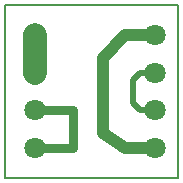
<source format=gbl>
G04 (created by PCBNEW (2013-jul-07)-stable) date mer. 15 avril 2015 16:11:53 CEST*
%MOIN*%
G04 Gerber Fmt 3.4, Leading zero omitted, Abs format*
%FSLAX34Y34*%
G01*
G70*
G90*
G04 APERTURE LIST*
%ADD10C,0.00590551*%
%ADD11C,0.0709*%
%ADD12C,0.0393701*%
%ADD13C,0.0787402*%
%ADD14C,0.019685*%
%ADD15C,0.0314961*%
G04 APERTURE END LIST*
G54D10*
X0Y0D02*
X5750Y0D01*
X0Y5750D02*
X5750Y5750D01*
X0Y5750D02*
X0Y0D01*
X5750Y5750D02*
X5750Y0D01*
G54D11*
X1000Y4750D03*
X5000Y4750D03*
X1000Y3500D03*
X5000Y3500D03*
X1000Y2250D03*
X5000Y2250D03*
X1000Y1000D03*
X5000Y1000D03*
G54D12*
X5000Y4750D02*
X4000Y4750D01*
X4000Y4750D02*
X3250Y4000D01*
X3250Y4000D02*
X3250Y1500D01*
X3250Y1500D02*
X4000Y1000D01*
X4000Y1000D02*
X5000Y1000D01*
G54D13*
X1000Y4750D02*
X1000Y3500D01*
G54D14*
X5000Y3500D02*
X4500Y3500D01*
X4500Y2250D02*
X5000Y2250D01*
X4250Y2500D02*
X4500Y2250D01*
X4250Y3250D02*
X4250Y2500D01*
X4500Y3500D02*
X4250Y3250D01*
G54D15*
X1000Y2250D02*
X2250Y2250D01*
X2250Y1000D02*
X1000Y1000D01*
X2250Y2250D02*
X2250Y1000D01*
M02*

</source>
